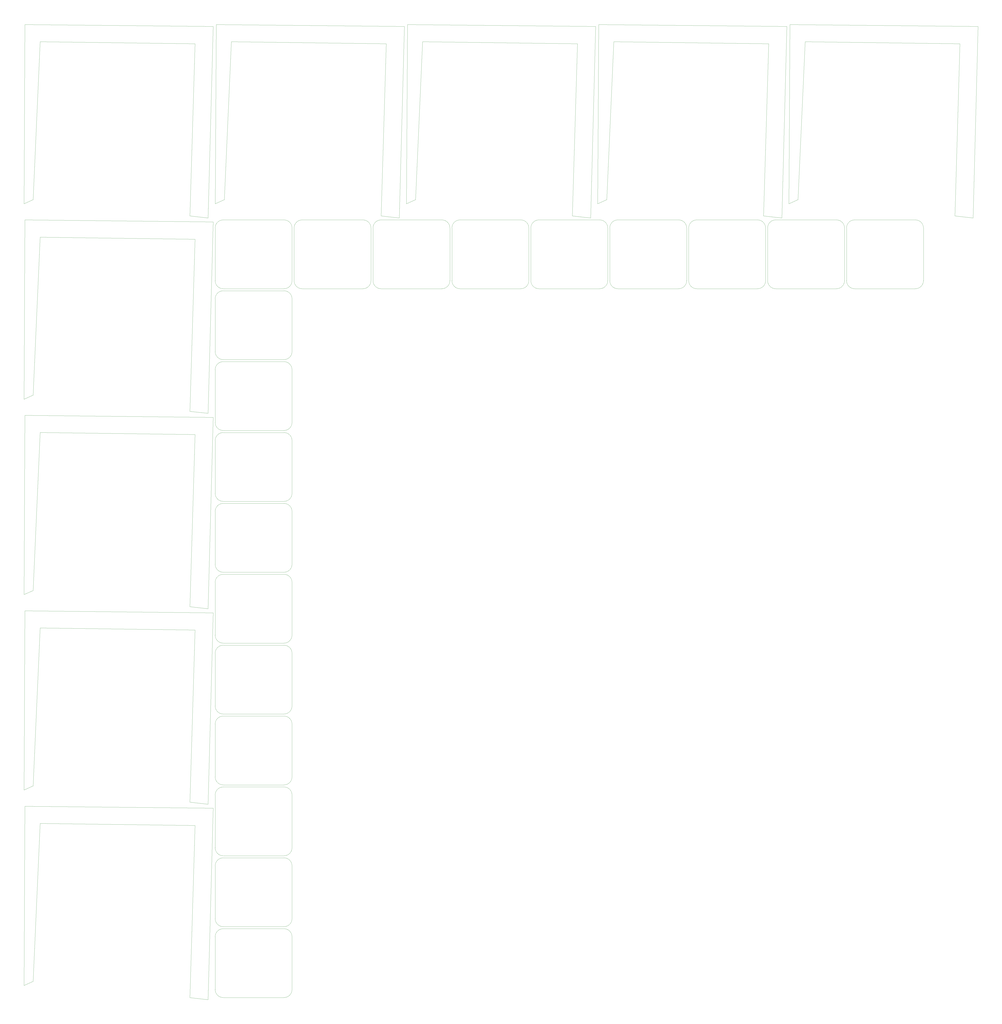
<source format=gbr>
%TF.GenerationSoftware,KiCad,Pcbnew,7.0.6-7.0.6~ubuntu20.04.1*%
%TF.CreationDate,2023-07-11T09:00:34+02:00*%
%TF.ProjectId,output_panel2023-07-11_070008.8206480000,6f757470-7574-45f7-9061-6e656c323032,rev?*%
%TF.SameCoordinates,Original*%
%TF.FileFunction,Profile,NP*%
%FSLAX45Y45*%
G04 Gerber Fmt 4.5, Leading zero omitted, Abs format (unit mm)*
G04 Created by KiCad (PCBNEW 7.0.6-7.0.6~ubuntu20.04.1) date 2023-07-11 09:00:34*
%MOMM*%
%LPD*%
G01*
G04 APERTURE LIST*
%TA.AperFunction,Profile*%
%ADD10C,0.100000*%
%TD*%
%TA.AperFunction,Profile*%
%ADD11C,0.050000*%
%TD*%
G04 APERTURE END LIST*
D10*
X36799979Y-12699691D02*
G75*
G03*
X37199982Y-13099691I400001J1D01*
G01*
X32799979Y-10099691D02*
G75*
G03*
X32399982Y-9699691I-399999J1D01*
G01*
D11*
X9149999Y-9599997D02*
X8249999Y-9499997D01*
D10*
X25099979Y-12699691D02*
G75*
G03*
X25499982Y-13099691I400001J1D01*
G01*
X41099982Y-9699692D02*
G75*
G03*
X40699982Y-10099691I-2J-399998D01*
G01*
X9899982Y-44699692D02*
G75*
G03*
X9499982Y-45099691I-2J-399998D01*
G01*
X41099982Y-9699691D02*
X44099982Y-9699691D01*
X13299979Y-10099691D02*
G75*
G03*
X12899982Y-9699691I-399999J1D01*
G01*
D11*
X17699981Y-9499997D02*
X17949981Y-999997D01*
X849999Y-20199380D02*
X499999Y-27999380D01*
D10*
X9899982Y-34199692D02*
G75*
G03*
X9499982Y-34599691I-2J-399998D01*
G01*
D11*
X49999Y-8899997D02*
X99999Y-49997D01*
D10*
X32799982Y-10099691D02*
X32799982Y-12699691D01*
X33299982Y-9699692D02*
G75*
G03*
X32899982Y-10099691I-2J-399998D01*
G01*
D11*
X8499999Y-39598762D02*
X849999Y-39498762D01*
D10*
X21199979Y-12699691D02*
G75*
G03*
X21599982Y-13099691I400001J1D01*
G01*
X9899982Y-13199692D02*
G75*
G03*
X9499982Y-13599691I-2J-399998D01*
G01*
X21599982Y-9699691D02*
X24599982Y-9699691D01*
X37199982Y-9699692D02*
G75*
G03*
X36799982Y-10099691I-2J-399998D01*
G01*
D11*
X19749963Y-899997D02*
X19399963Y-8699997D01*
D10*
X13299982Y-31099691D02*
X13299982Y-33699691D01*
X9899982Y-16699692D02*
G75*
G03*
X9499982Y-17099691I-2J-399998D01*
G01*
X9499982Y-26699691D02*
X9499982Y-24099691D01*
X13299982Y-34599691D02*
X13299982Y-37199691D01*
D11*
X8499999Y-10649688D02*
X849999Y-10549688D01*
X37849926Y-8899997D02*
X37899926Y-49997D01*
X49999Y-47498762D02*
X99999Y-38648762D01*
X27149963Y-9499997D02*
X27399963Y-999997D01*
X18949963Y-8899997D02*
X18999963Y-49997D01*
D10*
X9899982Y-9699692D02*
G75*
G03*
X9499982Y-10099691I-2J-399998D01*
G01*
X28899979Y-10099691D02*
G75*
G03*
X28499982Y-9699691I-399999J1D01*
G01*
X9499979Y-23199691D02*
G75*
G03*
X9899982Y-23599691I400001J1D01*
G01*
D11*
X18849981Y-149997D02*
X18599981Y-9599997D01*
D10*
X17199982Y-10099691D02*
X17199982Y-12699691D01*
D11*
X8249999Y-19149688D02*
X8499999Y-10649688D01*
X9949981Y-8699997D02*
X9499981Y-8899997D01*
X9149999Y-48198762D02*
X8249999Y-48098762D01*
D10*
X17299982Y-12699691D02*
X17299982Y-10099691D01*
X13299982Y-24099691D02*
X13299982Y-26699691D01*
D11*
X47199926Y-149997D02*
X46949926Y-9599997D01*
X9399999Y-149997D02*
X9149999Y-9599997D01*
D10*
X20699982Y-13099691D02*
X17699982Y-13099691D01*
X28499982Y-13099692D02*
G75*
G03*
X28899982Y-12699691I-2J400002D01*
G01*
X12899982Y-16599692D02*
G75*
G03*
X13299982Y-16199691I-2J400002D01*
G01*
X13399979Y-12699691D02*
G75*
G03*
X13799982Y-13099691I400001J1D01*
G01*
X9899982Y-34199691D02*
X12899982Y-34199691D01*
D11*
X8499999Y-20299380D02*
X849999Y-20199380D01*
D10*
X32399982Y-13099691D02*
X29399982Y-13099691D01*
X21599982Y-9699692D02*
G75*
G03*
X21199982Y-10099691I-2J-399998D01*
G01*
D11*
X849999Y-29849071D02*
X499999Y-37649071D01*
D10*
X40699979Y-12699691D02*
G75*
G03*
X41099982Y-13099691I400001J1D01*
G01*
X13299979Y-31099691D02*
G75*
G03*
X12899982Y-30699691I-399999J1D01*
G01*
D11*
X499999Y-8699997D02*
X49999Y-8899997D01*
X49999Y-28199380D02*
X99999Y-19349380D01*
D10*
X25499982Y-9699692D02*
G75*
G03*
X25099982Y-10099691I-2J-399998D01*
G01*
X9499979Y-26699691D02*
G75*
G03*
X9899982Y-27099691I400001J1D01*
G01*
D11*
X499999Y-47298762D02*
X49999Y-47498762D01*
X28849944Y-8699997D02*
X28399944Y-8899997D01*
D10*
X12899982Y-13099692D02*
G75*
G03*
X13299982Y-12699691I-2J400002D01*
G01*
X33299982Y-9699691D02*
X36299982Y-9699691D01*
X16799982Y-13099691D02*
X13799982Y-13099691D01*
X12899982Y-30599692D02*
G75*
G03*
X13299982Y-30199691I-2J400002D01*
G01*
X16799982Y-13099692D02*
G75*
G03*
X17199982Y-12699691I-2J400002D01*
G01*
X12899982Y-27099691D02*
X9899982Y-27099691D01*
X24999979Y-10099691D02*
G75*
G03*
X24599982Y-9699691I-399999J1D01*
G01*
D11*
X499999Y-27999380D02*
X49999Y-28199380D01*
D10*
X12899982Y-23599692D02*
G75*
G03*
X13299982Y-23199691I-2J400002D01*
G01*
D11*
X99999Y-9699688D02*
X9399999Y-9799688D01*
X8499999Y-999997D02*
X849999Y-899997D01*
D10*
X9899982Y-30699692D02*
G75*
G03*
X9499982Y-31099691I-2J-399998D01*
G01*
X9499979Y-30199691D02*
G75*
G03*
X9899982Y-30599691I400001J1D01*
G01*
X9499982Y-47699691D02*
X9499982Y-45099691D01*
D11*
X28049963Y-9599997D02*
X27149963Y-9499997D01*
X9499981Y-8899997D02*
X9549981Y-49997D01*
D10*
X13299979Y-27599691D02*
G75*
G03*
X12899982Y-27199691I-399999J1D01*
G01*
X36699982Y-10099691D02*
X36699982Y-12699691D01*
X9899982Y-23699691D02*
X12899982Y-23699691D01*
X9899982Y-16699691D02*
X12899982Y-16699691D01*
D11*
X849999Y-39498762D02*
X499999Y-47298762D01*
D10*
X13299982Y-41599691D02*
X13299982Y-44199691D01*
X9499979Y-40699691D02*
G75*
G03*
X9899982Y-41099691I400001J1D01*
G01*
X28999982Y-12699691D02*
X28999982Y-10099691D01*
D11*
X29199944Y-899997D02*
X28849944Y-8699997D01*
X8249999Y-28799380D02*
X8499999Y-20299380D01*
D10*
X13299982Y-27599691D02*
X13299982Y-30199691D01*
X44099982Y-13099692D02*
G75*
G03*
X44499982Y-12699691I-2J400002D01*
G01*
D11*
X9399999Y-19449380D02*
X9149999Y-28899380D01*
X9399999Y-9799688D02*
X9149999Y-19249688D01*
D10*
X17199979Y-10099691D02*
G75*
G03*
X16799982Y-9699691I-399999J1D01*
G01*
X9499982Y-16199691D02*
X9499982Y-13599691D01*
X24999982Y-10099691D02*
X24999982Y-12699691D01*
X9499979Y-19699691D02*
G75*
G03*
X9899982Y-20099691I400001J1D01*
G01*
X9499979Y-33699691D02*
G75*
G03*
X9899982Y-34099691I400001J1D01*
G01*
X12899982Y-41099692D02*
G75*
G03*
X13299982Y-40699691I-2J400002D01*
G01*
X37199982Y-9699691D02*
X40199982Y-9699691D01*
D11*
X19399963Y-8699997D02*
X18949963Y-8899997D01*
D10*
X13299979Y-45099691D02*
G75*
G03*
X12899982Y-44699691I-399999J1D01*
G01*
X13299982Y-20599691D02*
X13299982Y-23199691D01*
D11*
X8249999Y-9499997D02*
X8499999Y-999997D01*
D10*
X9499982Y-40699691D02*
X9499982Y-38099691D01*
X9499982Y-44199691D02*
X9499982Y-41599691D01*
X13299979Y-17099691D02*
G75*
G03*
X12899982Y-16699691I-399999J1D01*
G01*
D11*
X99999Y-38648762D02*
X9399999Y-38748762D01*
D10*
X13299982Y-17099691D02*
X13299982Y-19699691D01*
X40199982Y-13099692D02*
G75*
G03*
X40599982Y-12699691I-2J400002D01*
G01*
X13299979Y-38099691D02*
G75*
G03*
X12899982Y-37699691I-399999J1D01*
G01*
X13299979Y-41599691D02*
G75*
G03*
X12899982Y-41199691I-399999J1D01*
G01*
X44099982Y-13099691D02*
X41099982Y-13099691D01*
X40699982Y-12699691D02*
X40699982Y-10099691D01*
X24599982Y-13099692D02*
G75*
G03*
X24999982Y-12699691I-2J400002D01*
G01*
D11*
X28299963Y-149997D02*
X28049963Y-9599997D01*
X49999Y-18549688D02*
X99999Y-9699688D01*
X9399999Y-29099071D02*
X9149999Y-38549071D01*
D10*
X36699979Y-10099691D02*
G75*
G03*
X36299982Y-9699691I-399999J1D01*
G01*
D11*
X849999Y-899997D02*
X499999Y-8699997D01*
D10*
X13299982Y-45099691D02*
X13299982Y-47699691D01*
X12899982Y-48099692D02*
G75*
G03*
X13299982Y-47699691I-2J400002D01*
G01*
X9499979Y-44199691D02*
G75*
G03*
X9899982Y-44599691I400001J1D01*
G01*
X28899982Y-10099691D02*
X28899982Y-12699691D01*
X13299982Y-38099691D02*
X13299982Y-40699691D01*
D11*
X28399944Y-8899997D02*
X28449944Y-49997D01*
D10*
X9899982Y-44699691D02*
X12899982Y-44699691D01*
D11*
X36849944Y-999997D02*
X29199944Y-899997D01*
D10*
X44499979Y-10099691D02*
G75*
G03*
X44099982Y-9699691I-399999J1D01*
G01*
X21099982Y-10099691D02*
X21099982Y-12699691D01*
D11*
X18599981Y-9599997D02*
X17699981Y-9499997D01*
D10*
X9499982Y-37199691D02*
X9499982Y-34599691D01*
X25499982Y-9699691D02*
X28499982Y-9699691D01*
X9899982Y-20199691D02*
X12899982Y-20199691D01*
X9499979Y-37199691D02*
G75*
G03*
X9899982Y-37599691I400001J1D01*
G01*
D11*
X46049926Y-9499997D02*
X46299926Y-999997D01*
X37499944Y-9599997D02*
X36599944Y-9499997D01*
D10*
X9899982Y-37699691D02*
X12899982Y-37699691D01*
X13299979Y-34599691D02*
G75*
G03*
X12899982Y-34199691I-399999J1D01*
G01*
X29399982Y-9699692D02*
G75*
G03*
X28999982Y-10099691I-2J-399998D01*
G01*
X28499982Y-13099691D02*
X25499982Y-13099691D01*
X20699982Y-13099692D02*
G75*
G03*
X21099982Y-12699691I-2J400002D01*
G01*
X12899982Y-37599691D02*
X9899982Y-37599691D01*
X12899982Y-16599691D02*
X9899982Y-16599691D01*
X13399982Y-12699691D02*
X13399982Y-10099691D01*
D11*
X18999963Y-49997D02*
X28299963Y-149997D01*
X8499999Y-29949071D02*
X849999Y-29849071D01*
D10*
X9499979Y-47699691D02*
G75*
G03*
X9899982Y-48099691I400001J1D01*
G01*
X9499979Y-16199691D02*
G75*
G03*
X9899982Y-16599691I400001J1D01*
G01*
D11*
X499999Y-37649071D02*
X49999Y-37849071D01*
D10*
X32899982Y-12699691D02*
X32899982Y-10099691D01*
D11*
X28449944Y-49997D02*
X37749944Y-149997D01*
X8249999Y-38449071D02*
X8499999Y-29949071D01*
D10*
X9499979Y-12699691D02*
G75*
G03*
X9899982Y-13099691I400001J1D01*
G01*
D11*
X9149999Y-19249688D02*
X8249999Y-19149688D01*
D10*
X9899982Y-41199692D02*
G75*
G03*
X9499982Y-41599691I-2J-399998D01*
G01*
X13299982Y-10099691D02*
X13299982Y-12699691D01*
X24599982Y-13099691D02*
X21599982Y-13099691D01*
D11*
X9399999Y-38748762D02*
X9149999Y-48198762D01*
X37749944Y-149997D02*
X37499944Y-9599997D01*
D10*
X9499982Y-23199691D02*
X9499982Y-20599691D01*
D11*
X46299926Y-999997D02*
X38649926Y-899997D01*
X38299926Y-8699997D02*
X37849926Y-8899997D01*
D10*
X9499982Y-19699691D02*
X9499982Y-17099691D01*
X12899982Y-41099691D02*
X9899982Y-41099691D01*
X9499982Y-30199691D02*
X9499982Y-27599691D01*
D11*
X99999Y-19349380D02*
X9399999Y-19449380D01*
D10*
X13299979Y-24099691D02*
G75*
G03*
X12899982Y-23699691I-399999J1D01*
G01*
D11*
X499999Y-18349688D02*
X49999Y-18549688D01*
X849999Y-10549688D02*
X499999Y-18349688D01*
D10*
X9899982Y-20199692D02*
G75*
G03*
X9499982Y-20599691I-2J-399998D01*
G01*
X36299982Y-13099691D02*
X33299982Y-13099691D01*
X40599982Y-10099691D02*
X40599982Y-12699691D01*
D11*
X10299981Y-899997D02*
X9949981Y-8699997D01*
D10*
X28999979Y-12699691D02*
G75*
G03*
X29399982Y-13099691I400001J1D01*
G01*
X9899982Y-9699691D02*
X12899982Y-9699691D01*
X17699982Y-9699691D02*
X20699982Y-9699691D01*
X17699982Y-9699692D02*
G75*
G03*
X17299982Y-10099691I-2J-399998D01*
G01*
X13799982Y-9699691D02*
X16799982Y-9699691D01*
X12899982Y-44599691D02*
X9899982Y-44599691D01*
D11*
X9149999Y-38549071D02*
X8249999Y-38449071D01*
D10*
X12899982Y-27099692D02*
G75*
G03*
X13299982Y-26699691I-2J400002D01*
G01*
X13299979Y-13599691D02*
G75*
G03*
X12899982Y-13199691I-399999J1D01*
G01*
D11*
X49999Y-37849071D02*
X99999Y-28999071D01*
X27399963Y-999997D02*
X19749963Y-899997D01*
D10*
X9899982Y-41199691D02*
X12899982Y-41199691D01*
X12899982Y-34099692D02*
G75*
G03*
X13299982Y-33699691I-2J400002D01*
G01*
D11*
X99999Y-49997D02*
X9399999Y-149997D01*
D10*
X9899982Y-27199692D02*
G75*
G03*
X9499982Y-27599691I-2J-399998D01*
G01*
X12899982Y-23599691D02*
X9899982Y-23599691D01*
X40599979Y-10099691D02*
G75*
G03*
X40199982Y-9699691I-399999J1D01*
G01*
D11*
X17949981Y-999997D02*
X10299981Y-899997D01*
D10*
X9899982Y-13199691D02*
X12899982Y-13199691D01*
X9899982Y-30699691D02*
X12899982Y-30699691D01*
X12899982Y-30599691D02*
X9899982Y-30599691D01*
D11*
X99999Y-28999071D02*
X9399999Y-29099071D01*
D10*
X12899982Y-13099691D02*
X9899982Y-13099691D01*
D11*
X9149999Y-28899380D02*
X8249999Y-28799380D01*
X38649926Y-899997D02*
X38299926Y-8699997D01*
D10*
X9899982Y-23699692D02*
G75*
G03*
X9499982Y-24099691I-2J-399998D01*
G01*
X21099979Y-10099691D02*
G75*
G03*
X20699982Y-9699691I-399999J1D01*
G01*
X36799982Y-12699691D02*
X36799982Y-10099691D01*
X13799982Y-9699692D02*
G75*
G03*
X13399982Y-10099691I-2J-399998D01*
G01*
X9899982Y-37699692D02*
G75*
G03*
X9499982Y-38099691I-2J-399998D01*
G01*
X12899982Y-44599692D02*
G75*
G03*
X13299982Y-44199691I-2J400002D01*
G01*
X29399982Y-9699691D02*
X32399982Y-9699691D01*
X17299979Y-12699691D02*
G75*
G03*
X17699982Y-13099691I400001J1D01*
G01*
D11*
X46949926Y-9599997D02*
X46049926Y-9499997D01*
D10*
X12899982Y-20099691D02*
X9899982Y-20099691D01*
X9899982Y-27199691D02*
X12899982Y-27199691D01*
X12899982Y-20099692D02*
G75*
G03*
X13299982Y-19699691I-2J400002D01*
G01*
X9499982Y-12699691D02*
X9499982Y-10099691D01*
X12899982Y-34099691D02*
X9899982Y-34099691D01*
X25099982Y-12699691D02*
X25099982Y-10099691D01*
X21199982Y-12699691D02*
X21199982Y-10099691D01*
X13299979Y-20599691D02*
G75*
G03*
X12899982Y-20199691I-399999J1D01*
G01*
D11*
X36599944Y-9499997D02*
X36849944Y-999997D01*
X9549981Y-49997D02*
X18849981Y-149997D01*
D10*
X12899982Y-48099691D02*
X9899982Y-48099691D01*
X9499982Y-33699691D02*
X9499982Y-31099691D01*
D11*
X8249999Y-48098762D02*
X8499999Y-39598762D01*
D10*
X44499982Y-10099691D02*
X44499982Y-12699691D01*
X36299982Y-13099692D02*
G75*
G03*
X36699982Y-12699691I-2J400002D01*
G01*
X32399982Y-13099692D02*
G75*
G03*
X32799982Y-12699691I-2J400002D01*
G01*
X12899982Y-37599692D02*
G75*
G03*
X13299982Y-37199691I-2J400002D01*
G01*
X32899979Y-12699691D02*
G75*
G03*
X33299982Y-13099691I400001J1D01*
G01*
D11*
X37899926Y-49997D02*
X47199926Y-149997D01*
D10*
X13299982Y-13599691D02*
X13299982Y-16199691D01*
X40199982Y-13099691D02*
X37199982Y-13099691D01*
X36799979Y-12699691D02*
G75*
G03*
X37199982Y-13099691I400001J1D01*
G01*
X32799979Y-10099691D02*
G75*
G03*
X32399982Y-9699691I-399999J1D01*
G01*
D11*
X9149999Y-9599997D02*
X8249999Y-9499997D01*
D10*
X25099979Y-12699691D02*
G75*
G03*
X25499982Y-13099691I400001J1D01*
G01*
X41099982Y-9699692D02*
G75*
G03*
X40699982Y-10099691I-2J-399998D01*
G01*
X9899982Y-44699692D02*
G75*
G03*
X9499982Y-45099691I-2J-399998D01*
G01*
X41099982Y-9699691D02*
X44099982Y-9699691D01*
X13299979Y-10099691D02*
G75*
G03*
X12899982Y-9699691I-399999J1D01*
G01*
D11*
X17699981Y-9499997D02*
X17949981Y-999997D01*
X849999Y-20199380D02*
X499999Y-27999380D01*
D10*
X9899982Y-34199692D02*
G75*
G03*
X9499982Y-34599691I-2J-399998D01*
G01*
D11*
X49999Y-8899997D02*
X99999Y-49997D01*
D10*
X32799982Y-10099691D02*
X32799982Y-12699691D01*
X33299982Y-9699692D02*
G75*
G03*
X32899982Y-10099691I-2J-399998D01*
G01*
D11*
X8499999Y-39598762D02*
X849999Y-39498762D01*
D10*
X21199979Y-12699691D02*
G75*
G03*
X21599982Y-13099691I400001J1D01*
G01*
X9899982Y-13199692D02*
G75*
G03*
X9499982Y-13599691I-2J-399998D01*
G01*
X21599982Y-9699691D02*
X24599982Y-9699691D01*
X37199982Y-9699692D02*
G75*
G03*
X36799982Y-10099691I-2J-399998D01*
G01*
D11*
X19749963Y-899997D02*
X19399963Y-8699997D01*
D10*
X13299982Y-31099691D02*
X13299982Y-33699691D01*
X9899982Y-16699692D02*
G75*
G03*
X9499982Y-17099691I-2J-399998D01*
G01*
X9499982Y-26699691D02*
X9499982Y-24099691D01*
X13299982Y-34599691D02*
X13299982Y-37199691D01*
D11*
X8499999Y-10649688D02*
X849999Y-10549688D01*
X37849926Y-8899997D02*
X37899926Y-49997D01*
X49999Y-47498762D02*
X99999Y-38648762D01*
X27149963Y-9499997D02*
X27399963Y-999997D01*
X18949963Y-8899997D02*
X18999963Y-49997D01*
D10*
X9899982Y-9699692D02*
G75*
G03*
X9499982Y-10099691I-2J-399998D01*
G01*
X28899979Y-10099691D02*
G75*
G03*
X28499982Y-9699691I-399999J1D01*
G01*
X9499979Y-23199691D02*
G75*
G03*
X9899982Y-23599691I400001J1D01*
G01*
D11*
X18849981Y-149997D02*
X18599981Y-9599997D01*
D10*
X17199982Y-10099691D02*
X17199982Y-12699691D01*
D11*
X8249999Y-19149688D02*
X8499999Y-10649688D01*
X9949981Y-8699997D02*
X9499981Y-8899997D01*
X9149999Y-48198762D02*
X8249999Y-48098762D01*
D10*
X17299982Y-12699691D02*
X17299982Y-10099691D01*
X13299982Y-24099691D02*
X13299982Y-26699691D01*
D11*
X47199926Y-149997D02*
X46949926Y-9599997D01*
X9399999Y-149997D02*
X9149999Y-9599997D01*
D10*
X20699982Y-13099691D02*
X17699982Y-13099691D01*
X28499982Y-13099692D02*
G75*
G03*
X28899982Y-12699691I-2J400002D01*
G01*
X12899982Y-16599692D02*
G75*
G03*
X13299982Y-16199691I-2J400002D01*
G01*
X13399979Y-12699691D02*
G75*
G03*
X13799982Y-13099691I400001J1D01*
G01*
X9899982Y-34199691D02*
X12899982Y-34199691D01*
D11*
X8499999Y-20299380D02*
X849999Y-20199380D01*
D10*
X32399982Y-13099691D02*
X29399982Y-13099691D01*
X21599982Y-9699692D02*
G75*
G03*
X21199982Y-10099691I-2J-399998D01*
G01*
D11*
X849999Y-29849071D02*
X499999Y-37649071D01*
D10*
X40699979Y-12699691D02*
G75*
G03*
X41099982Y-13099691I400001J1D01*
G01*
X13299979Y-31099691D02*
G75*
G03*
X12899982Y-30699691I-399999J1D01*
G01*
D11*
X499999Y-8699997D02*
X49999Y-8899997D01*
X49999Y-28199380D02*
X99999Y-19349380D01*
D10*
X25499982Y-9699692D02*
G75*
G03*
X25099982Y-10099691I-2J-399998D01*
G01*
X9499979Y-26699691D02*
G75*
G03*
X9899982Y-27099691I400001J1D01*
G01*
D11*
X499999Y-47298762D02*
X49999Y-47498762D01*
X28849944Y-8699997D02*
X28399944Y-8899997D01*
D10*
X12899982Y-13099692D02*
G75*
G03*
X13299982Y-12699691I-2J400002D01*
G01*
X33299982Y-9699691D02*
X36299982Y-9699691D01*
X16799982Y-13099691D02*
X13799982Y-13099691D01*
X12899982Y-30599692D02*
G75*
G03*
X13299982Y-30199691I-2J400002D01*
G01*
X16799982Y-13099692D02*
G75*
G03*
X17199982Y-12699691I-2J400002D01*
G01*
X12899982Y-27099691D02*
X9899982Y-27099691D01*
X24999979Y-10099691D02*
G75*
G03*
X24599982Y-9699691I-399999J1D01*
G01*
D11*
X499999Y-27999380D02*
X49999Y-28199380D01*
D10*
X12899982Y-23599692D02*
G75*
G03*
X13299982Y-23199691I-2J400002D01*
G01*
D11*
X99999Y-9699688D02*
X9399999Y-9799688D01*
X8499999Y-999997D02*
X849999Y-899997D01*
D10*
X9899982Y-30699692D02*
G75*
G03*
X9499982Y-31099691I-2J-399998D01*
G01*
X9499979Y-30199691D02*
G75*
G03*
X9899982Y-30599691I400001J1D01*
G01*
X9499982Y-47699691D02*
X9499982Y-45099691D01*
D11*
X28049963Y-9599997D02*
X27149963Y-9499997D01*
X9499981Y-8899997D02*
X9549981Y-49997D01*
D10*
X13299979Y-27599691D02*
G75*
G03*
X12899982Y-27199691I-399999J1D01*
G01*
X36699982Y-10099691D02*
X36699982Y-12699691D01*
X9899982Y-23699691D02*
X12899982Y-23699691D01*
X9899982Y-16699691D02*
X12899982Y-16699691D01*
D11*
X849999Y-39498762D02*
X499999Y-47298762D01*
D10*
X13299982Y-41599691D02*
X13299982Y-44199691D01*
X9499979Y-40699691D02*
G75*
G03*
X9899982Y-41099691I400001J1D01*
G01*
X28999982Y-12699691D02*
X28999982Y-10099691D01*
D11*
X29199944Y-899997D02*
X28849944Y-8699997D01*
X8249999Y-28799380D02*
X8499999Y-20299380D01*
D10*
X13299982Y-27599691D02*
X13299982Y-30199691D01*
X44099982Y-13099692D02*
G75*
G03*
X44499982Y-12699691I-2J400002D01*
G01*
D11*
X9399999Y-19449380D02*
X9149999Y-28899380D01*
X9399999Y-9799688D02*
X9149999Y-19249688D01*
D10*
X17199979Y-10099691D02*
G75*
G03*
X16799982Y-9699691I-399999J1D01*
G01*
X9499982Y-16199691D02*
X9499982Y-13599691D01*
X24999982Y-10099691D02*
X24999982Y-12699691D01*
X9499979Y-19699691D02*
G75*
G03*
X9899982Y-20099691I400001J1D01*
G01*
X9499979Y-33699691D02*
G75*
G03*
X9899982Y-34099691I400001J1D01*
G01*
X12899982Y-41099692D02*
G75*
G03*
X13299982Y-40699691I-2J400002D01*
G01*
X37199982Y-9699691D02*
X40199982Y-9699691D01*
D11*
X19399963Y-8699997D02*
X18949963Y-8899997D01*
D10*
X13299979Y-45099691D02*
G75*
G03*
X12899982Y-44699691I-399999J1D01*
G01*
X13299982Y-20599691D02*
X13299982Y-23199691D01*
D11*
X8249999Y-9499997D02*
X8499999Y-999997D01*
D10*
X9499982Y-40699691D02*
X9499982Y-38099691D01*
X9499982Y-44199691D02*
X9499982Y-41599691D01*
X13299979Y-17099691D02*
G75*
G03*
X12899982Y-16699691I-399999J1D01*
G01*
D11*
X99999Y-38648762D02*
X9399999Y-38748762D01*
D10*
X13299982Y-17099691D02*
X13299982Y-19699691D01*
X40199982Y-13099692D02*
G75*
G03*
X40599982Y-12699691I-2J400002D01*
G01*
X13299979Y-38099691D02*
G75*
G03*
X12899982Y-37699691I-399999J1D01*
G01*
X13299979Y-41599691D02*
G75*
G03*
X12899982Y-41199691I-399999J1D01*
G01*
X44099982Y-13099691D02*
X41099982Y-13099691D01*
X40699982Y-12699691D02*
X40699982Y-10099691D01*
X24599982Y-13099692D02*
G75*
G03*
X24999982Y-12699691I-2J400002D01*
G01*
D11*
X28299963Y-149997D02*
X28049963Y-9599997D01*
X49999Y-18549688D02*
X99999Y-9699688D01*
X9399999Y-29099071D02*
X9149999Y-38549071D01*
D10*
X36699979Y-10099691D02*
G75*
G03*
X36299982Y-9699691I-399999J1D01*
G01*
D11*
X849999Y-899997D02*
X499999Y-8699997D01*
D10*
X13299982Y-45099691D02*
X13299982Y-47699691D01*
X12899982Y-48099692D02*
G75*
G03*
X13299982Y-47699691I-2J400002D01*
G01*
X9499979Y-44199691D02*
G75*
G03*
X9899982Y-44599691I400001J1D01*
G01*
X28899982Y-10099691D02*
X28899982Y-12699691D01*
X13299982Y-38099691D02*
X13299982Y-40699691D01*
D11*
X28399944Y-8899997D02*
X28449944Y-49997D01*
D10*
X9899982Y-44699691D02*
X12899982Y-44699691D01*
D11*
X36849944Y-999997D02*
X29199944Y-899997D01*
D10*
X44499979Y-10099691D02*
G75*
G03*
X44099982Y-9699691I-399999J1D01*
G01*
X21099982Y-10099691D02*
X21099982Y-12699691D01*
D11*
X18599981Y-9599997D02*
X17699981Y-9499997D01*
D10*
X9499982Y-37199691D02*
X9499982Y-34599691D01*
X25499982Y-9699691D02*
X28499982Y-9699691D01*
X9899982Y-20199691D02*
X12899982Y-20199691D01*
X9499979Y-37199691D02*
G75*
G03*
X9899982Y-37599691I400001J1D01*
G01*
D11*
X46049926Y-9499997D02*
X46299926Y-999997D01*
X37499944Y-9599997D02*
X36599944Y-9499997D01*
D10*
X9899982Y-37699691D02*
X12899982Y-37699691D01*
X13299979Y-34599691D02*
G75*
G03*
X12899982Y-34199691I-399999J1D01*
G01*
X29399982Y-9699692D02*
G75*
G03*
X28999982Y-10099691I-2J-399998D01*
G01*
X28499982Y-13099691D02*
X25499982Y-13099691D01*
X20699982Y-13099692D02*
G75*
G03*
X21099982Y-12699691I-2J400002D01*
G01*
X12899982Y-37599691D02*
X9899982Y-37599691D01*
X12899982Y-16599691D02*
X9899982Y-16599691D01*
X13399982Y-12699691D02*
X13399982Y-10099691D01*
D11*
X18999963Y-49997D02*
X28299963Y-149997D01*
X8499999Y-29949071D02*
X849999Y-29849071D01*
D10*
X9499979Y-47699691D02*
G75*
G03*
X9899982Y-48099691I400001J1D01*
G01*
X9499979Y-16199691D02*
G75*
G03*
X9899982Y-16599691I400001J1D01*
G01*
D11*
X499999Y-37649071D02*
X49999Y-37849071D01*
D10*
X32899982Y-12699691D02*
X32899982Y-10099691D01*
D11*
X28449944Y-49997D02*
X37749944Y-149997D01*
X8249999Y-38449071D02*
X8499999Y-29949071D01*
D10*
X9499979Y-12699691D02*
G75*
G03*
X9899982Y-13099691I400001J1D01*
G01*
D11*
X9149999Y-19249688D02*
X8249999Y-19149688D01*
D10*
X9899982Y-41199692D02*
G75*
G03*
X9499982Y-41599691I-2J-399998D01*
G01*
X13299982Y-10099691D02*
X13299982Y-12699691D01*
X24599982Y-13099691D02*
X21599982Y-13099691D01*
D11*
X9399999Y-38748762D02*
X9149999Y-48198762D01*
X37749944Y-149997D02*
X37499944Y-9599997D01*
D10*
X9499982Y-23199691D02*
X9499982Y-20599691D01*
D11*
X46299926Y-999997D02*
X38649926Y-899997D01*
X38299926Y-8699997D02*
X37849926Y-8899997D01*
D10*
X9499982Y-19699691D02*
X9499982Y-17099691D01*
X12899982Y-41099691D02*
X9899982Y-41099691D01*
X9499982Y-30199691D02*
X9499982Y-27599691D01*
D11*
X99999Y-19349380D02*
X9399999Y-19449380D01*
D10*
X13299979Y-24099691D02*
G75*
G03*
X12899982Y-23699691I-399999J1D01*
G01*
D11*
X499999Y-18349688D02*
X49999Y-18549688D01*
X849999Y-10549688D02*
X499999Y-18349688D01*
D10*
X9899982Y-20199692D02*
G75*
G03*
X9499982Y-20599691I-2J-399998D01*
G01*
X36299982Y-13099691D02*
X33299982Y-13099691D01*
X40599982Y-10099691D02*
X40599982Y-12699691D01*
D11*
X10299981Y-899997D02*
X9949981Y-8699997D01*
D10*
X28999979Y-12699691D02*
G75*
G03*
X29399982Y-13099691I400001J1D01*
G01*
X9899982Y-9699691D02*
X12899982Y-9699691D01*
X17699982Y-9699691D02*
X20699982Y-9699691D01*
X17699982Y-9699692D02*
G75*
G03*
X17299982Y-10099691I-2J-399998D01*
G01*
X13799982Y-9699691D02*
X16799982Y-9699691D01*
X12899982Y-44599691D02*
X9899982Y-44599691D01*
D11*
X9149999Y-38549071D02*
X8249999Y-38449071D01*
D10*
X12899982Y-27099692D02*
G75*
G03*
X13299982Y-26699691I-2J400002D01*
G01*
X13299979Y-13599691D02*
G75*
G03*
X12899982Y-13199691I-399999J1D01*
G01*
D11*
X49999Y-37849071D02*
X99999Y-28999071D01*
X27399963Y-999997D02*
X19749963Y-899997D01*
D10*
X9899982Y-41199691D02*
X12899982Y-41199691D01*
X12899982Y-34099692D02*
G75*
G03*
X13299982Y-33699691I-2J400002D01*
G01*
D11*
X99999Y-49997D02*
X9399999Y-149997D01*
D10*
X9899982Y-27199692D02*
G75*
G03*
X9499982Y-27599691I-2J-399998D01*
G01*
X12899982Y-23599691D02*
X9899982Y-23599691D01*
X40599979Y-10099691D02*
G75*
G03*
X40199982Y-9699691I-399999J1D01*
G01*
D11*
X17949981Y-999997D02*
X10299981Y-899997D01*
D10*
X9899982Y-13199691D02*
X12899982Y-13199691D01*
X9899982Y-30699691D02*
X12899982Y-30699691D01*
X12899982Y-30599691D02*
X9899982Y-30599691D01*
D11*
X99999Y-28999071D02*
X9399999Y-29099071D01*
D10*
X12899982Y-13099691D02*
X9899982Y-13099691D01*
D11*
X9149999Y-28899380D02*
X8249999Y-28799380D01*
X38649926Y-899997D02*
X38299926Y-8699997D01*
D10*
X9899982Y-23699692D02*
G75*
G03*
X9499982Y-24099691I-2J-399998D01*
G01*
X21099979Y-10099691D02*
G75*
G03*
X20699982Y-9699691I-399999J1D01*
G01*
X36799982Y-12699691D02*
X36799982Y-10099691D01*
X13799982Y-9699692D02*
G75*
G03*
X13399982Y-10099691I-2J-399998D01*
G01*
X9899982Y-37699692D02*
G75*
G03*
X9499982Y-38099691I-2J-399998D01*
G01*
X12899982Y-44599692D02*
G75*
G03*
X13299982Y-44199691I-2J400002D01*
G01*
X29399982Y-9699691D02*
X32399982Y-9699691D01*
X17299979Y-12699691D02*
G75*
G03*
X17699982Y-13099691I400001J1D01*
G01*
D11*
X46949926Y-9599997D02*
X46049926Y-9499997D01*
D10*
X12899982Y-20099691D02*
X9899982Y-20099691D01*
X9899982Y-27199691D02*
X12899982Y-27199691D01*
X12899982Y-20099692D02*
G75*
G03*
X13299982Y-19699691I-2J400002D01*
G01*
X9499982Y-12699691D02*
X9499982Y-10099691D01*
X12899982Y-34099691D02*
X9899982Y-34099691D01*
X25099982Y-12699691D02*
X25099982Y-10099691D01*
X21199982Y-12699691D02*
X21199982Y-10099691D01*
X13299979Y-20599691D02*
G75*
G03*
X12899982Y-20199691I-399999J1D01*
G01*
D11*
X36599944Y-9499997D02*
X36849944Y-999997D01*
X9549981Y-49997D02*
X18849981Y-149997D01*
D10*
X12899982Y-48099691D02*
X9899982Y-48099691D01*
X9499982Y-33699691D02*
X9499982Y-31099691D01*
D11*
X8249999Y-48098762D02*
X8499999Y-39598762D01*
D10*
X44499982Y-10099691D02*
X44499982Y-12699691D01*
X36299982Y-13099692D02*
G75*
G03*
X36699982Y-12699691I-2J400002D01*
G01*
X32399982Y-13099692D02*
G75*
G03*
X32799982Y-12699691I-2J400002D01*
G01*
X12899982Y-37599692D02*
G75*
G03*
X13299982Y-37199691I-2J400002D01*
G01*
X32899979Y-12699691D02*
G75*
G03*
X33299982Y-13099691I400001J1D01*
G01*
D11*
X37899926Y-49997D02*
X47199926Y-149997D01*
D10*
X13299982Y-13599691D02*
X13299982Y-16199691D01*
X40199982Y-13099691D02*
X37199982Y-13099691D01*
M02*

</source>
